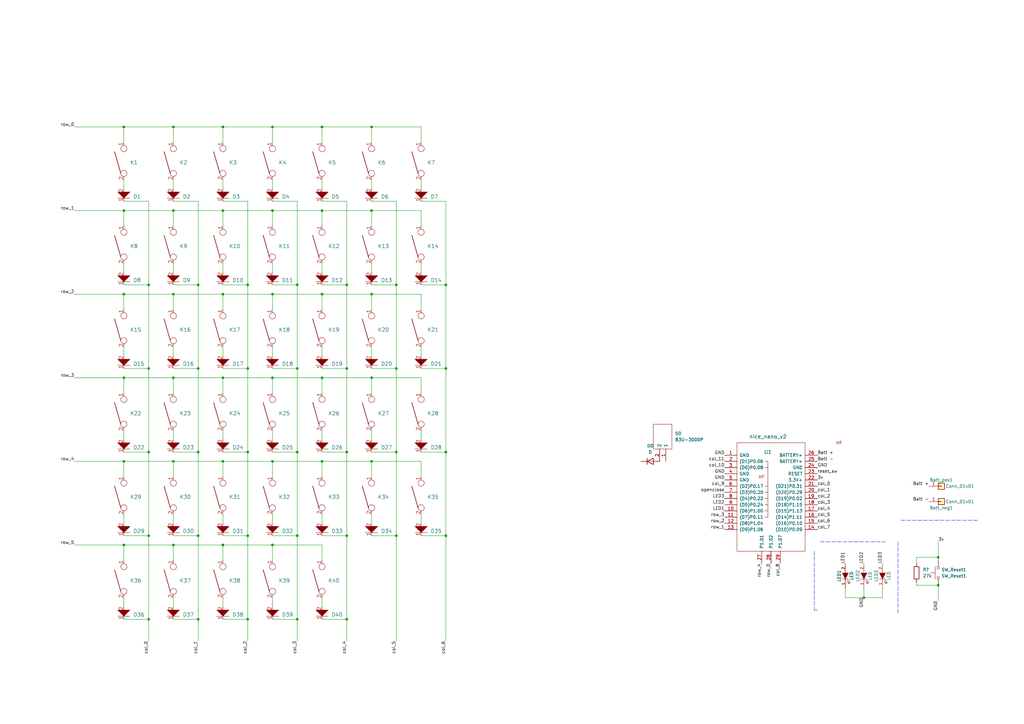
<source format=kicad_sch>
(kicad_sch (version 20211123) (generator eeschema)
  (paper "A3")
  (lib_symbols
    (symbol "B3U-3000P:B3U-3000P" (pin_names (offset 0.762))
      (property "Reference" "S" (at 16.51 7.62 0))
      (property "Value" "B3U-3000P" (at 16.51 5.08 0))
      (symbol "B3U-3000P_0_0"
        (pin passive line (at 0 -2.54 0) (length 5.08) (name "1") (number "1"))
        (pin passive line (at 0 0 0) (length 5.08) (name "2") (number "2"))
      )
      (symbol "B3U-3000P_0_1"
        (polyline (pts (xy 5.08 2.54) (xy 15.24 2.54) (xy 15.24 -5.08) (xy 5.08 -5.08) (xy 5.08 2.54)) (stroke (width 0.1524)))
      )
    )
    (symbol "Connector_Generic:Conn_01x01" (pin_names (offset 1.016) hide)
      (property "Reference" "J" (at 0 2.54 0))
      (property "Value" "Conn_01x01" (at 0 -2.54 0))
      (symbol "Conn_01x01_1_1"
        (rectangle (start -1.27 0.127) (end 0 -0.127) (stroke (width 0.1524)))
        (rectangle (start -1.27 1.27) (end 1.27 -1.27) (stroke (width 0.254)) (fill (type background)))
        (pin passive line (at -5.08 0 0) (length 3.81) (name "Pin_1") (number "1"))
      )
    )
    (symbol "Device:D" (pin_numbers hide) (pin_names (offset 1.016) hide)
      (property "Reference" "D" (at 0 2.54 0))
      (property "Value" "D" (at 0 -2.54 0))
      (symbol "D_0_1"
        (polyline (pts (xy -1.27 1.27) (xy -1.27 -1.27)) (stroke (width 0.254)))
        (polyline (pts (xy 1.27 0) (xy -1.27 0)))
        (polyline (pts (xy 1.27 1.27) (xy 1.27 -1.27) (xy -1.27 0) (xy 1.27 1.27)) (stroke (width 0.254)))
      )
      (symbol "D_1_1"
        (pin passive line (at -3.81 0 0) (length 2.54) (name "K") (number "1"))
        (pin passive line (at 3.81 0 180) (length 2.54) (name "A") (number "2"))
      )
    )
    (symbol "Device:R" (pin_numbers hide) (pin_names (offset 0))
      (property "Reference" "R" (at 2.032 0 90))
      (property "Value" "R" (at 0 0 90))
      (symbol "R_0_1"
        (rectangle (start -1.016 -2.54) (end 1.016 2.54) (stroke (width 0.254)))
      )
      (symbol "R_1_1"
        (pin passive line (at 0 3.81 270) (length 1.27) (name "~") (number "1"))
        (pin passive line (at 0 -3.81 90) (length 1.27) (name "~") (number "2"))
      )
    )
    (symbol "Switch:SW_Push" (pin_numbers hide) (pin_names (offset 1.016) hide)
      (property "Reference" "SW" (at 1.27 2.54 0))
      (property "Value" "SW_Push" (at 0 -1.524 0))
      (symbol "SW_Push_0_1"
        (circle (center -2.032 0) (radius 0.508))
        (polyline (pts (xy 0 1.27) (xy 0 3.048)))
        (polyline (pts (xy 2.54 1.27) (xy -2.54 1.27)))
        (circle (center 2.032 0) (radius 0.508))
        (pin passive line (at -5.08 0 0) (length 2.54) (name "1") (number "1"))
        (pin passive line (at 5.08 0 180) (length 2.54) (name "2") (number "2"))
      )
    )
    (symbol "keyboard_parts:D" (pin_names (offset 1.016))
      (property "Reference" "D" (at -3.81 -1.27 90))
      (symbol "D_0_1"
        (polyline (pts (xy -2.54 0) (xy 2.54 0)))
        (polyline (pts (xy 0 0) (xy -2.54 -2.54) (xy 2.54 -2.54) (xy 0 0)) (fill (type outline)))
      )
      (symbol "D_1_1"
        (pin passive line (at 0 1.27 270) (length 1.27) (name "~") (number "1"))
        (pin passive line (at 0 -3.81 90) (length 1.27) (name "~") (number "2"))
      )
    )
    (symbol "keyboard_parts:KEYSW" (pin_names (offset 1.016))
      (property "Reference" "K?" (at -1.27 0 0))
      (symbol "KEYSW_0_1"
        (circle (center -5.08 0) (radius 1.27))
        (polyline (pts (xy -5.08 1.27) (xy 3.81 3.81)) (stroke (width 0.254)))
        (circle (center 5.08 0) (radius 1.27))
      )
      (symbol "KEYSW_1_1"
        (pin passive line (at 7.62 0 180) (length 1.27) (name "~") (number "1"))
        (pin passive line (at -7.62 0 0) (length 1.27) (name "~") (number "2"))
      )
    )
    (symbol "keyboard_parts:LED" (pin_names (offset 1.016) hide)
      (property "Reference" "LED" (at 0 2.54 0))
      (property "Value" "LED" (at 0 -2.54 0))
      (symbol "LED_0_1"
        (polyline (pts (xy -1.27 1.27) (xy -1.27 -1.27)))
        (polyline (pts (xy -2.032 -0.635) (xy -3.175 -1.651) (xy -3.048 -1.016)))
        (polyline (pts (xy -1.651 -1.016) (xy -2.794 -2.032) (xy -2.667 -1.397)))
        (polyline (pts (xy 1.27 1.27) (xy -1.27 0) (xy 1.27 -1.27)) (fill (type outline)))
      )
      (symbol "LED_1_1"
        (pin passive line (at -5.08 0 0) (length 3.81) (name "K") (number "1"))
        (pin passive line (at 5.08 0 180) (length 3.81) (name "A") (number "2"))
      )
    )
    (symbol "nice_nano_v2:nice_nano_v2" (pin_names (offset 1.016))
      (property "Reference" "U" (at 0 15.24 0))
      (property "Value" "nice_nano_v2" (at 0 21.59 0))
      (symbol "nice_nano_v2_0_0"
        (polyline (pts (xy -1.27 -11.43) (xy 0 -11.43)))
        (polyline (pts (xy -1.27 -8.89) (xy 0 -8.89)))
        (polyline (pts (xy -1.27 -6.35) (xy -1.27 -6.35)))
        (polyline (pts (xy -1.27 -6.35) (xy -1.27 -6.35)))
        (polyline (pts (xy -1.27 -6.35) (xy -1.27 -6.35)))
        (polyline (pts (xy -1.27 -6.35) (xy 0 -6.35)))
        (polyline (pts (xy -1.27 -3.81) (xy 0 -3.81)))
        (polyline (pts (xy -1.27 -1.27) (xy 0 -1.27)))
        (polyline (pts (xy -1.27 1.27) (xy 0 1.27)))
        (polyline (pts (xy -1.27 8.89) (xy -1.27 8.89)))
        (polyline (pts (xy -1.27 11.43) (xy 0 11.43)))
        (polyline (pts (xy 0 -11.43) (xy 0 -11.43)))
        (polyline (pts (xy 0 -6.35) (xy 0 -6.35)))
        (polyline (pts (xy 0 -6.35) (xy 0 -6.35)))
        (polyline (pts (xy 0 8.89) (xy -1.27 8.89)))
        (polyline (pts (xy 0 8.89) (xy 0 8.89)))
        (polyline (pts (xy 0 8.89) (xy 0 8.89)))
        (polyline (pts (xy 0 11.43) (xy 0 -11.43)))
        (text "HF" (at -2.54 5.08 0) (effects (font (size 1.27 1.27))))
        (text "HF" (at 29.21 19.05 0) (effects (font (size 1.27 1.27))))
      )
      (symbol "nice_nano_v2_0_1"
        (rectangle (start -12.7 19.05) (end 15.24 -25.4))
      )
      (symbol "nice_nano_v2_1_1"
        (pin passive line (at -17.78 13.97 0) (length 5.08) (name "GND") (number "1"))
        (pin bidirectional line (at -17.78 -8.89 0) (length 5.08) (name "(D6)P1.00") (number "10"))
        (pin bidirectional line (at -17.78 -11.43 0) (length 5.08) (name "(D7)P0.11") (number "11"))
        (pin bidirectional line (at -17.78 -13.97 0) (length 5.08) (name "(D8)P1.04") (number "12"))
        (pin bidirectional line (at -17.78 -16.51 0) (length 5.08) (name "(D9)P1.06") (number "13"))
        (pin bidirectional line (at 20.32 -16.51 180) (length 5.08) (name "(D10)P0.09") (number "14"))
        (pin bidirectional line (at 20.32 -13.97 180) (length 5.08) (name "(D16)P0.10") (number "15"))
        (pin bidirectional line (at 20.32 -11.43 180) (length 5.08) (name "(D14)P1.11") (number "16"))
        (pin bidirectional line (at 20.32 -8.89 180) (length 5.08) (name "(D15)P1.13") (number "17"))
        (pin bidirectional line (at 20.32 -6.35 180) (length 5.08) (name "(D18)P1.15") (number "18"))
        (pin bidirectional line (at 20.32 -3.81 180) (length 5.08) (name "(D19)P0.02") (number "19"))
        (pin bidirectional line (at -17.78 11.43 0) (length 5.08) (name "(D1)P0.06") (number "2"))
        (pin bidirectional line (at 20.32 -1.27 180) (length 5.08) (name "(D20)P0.29") (number "20"))
        (pin bidirectional line (at 20.32 1.27 180) (length 5.08) (name "(D21)P0.31") (number "21"))
        (pin power_out line (at 20.32 3.81 180) (length 5.08) (name "3.3V+") (number "22"))
        (pin input line (at 20.32 6.35 180) (length 5.08) (name "RESET") (number "23"))
        (pin passive line (at 20.32 8.89 180) (length 5.08) (name "GND") (number "24"))
        (pin power_in line (at 20.32 11.43 180) (length 5.08) (name "BATTERY+") (number "25"))
        (pin power_in line (at 20.32 13.97 180) (length 5.08) (name "BATTERY+") (number "26"))
        (pin input line (at -2.54 -30.48 90) (length 5.08) (name "P1.01") (number "27"))
        (pin input line (at 1.27 -30.48 90) (length 5.08) (name "P1.02") (number "28"))
        (pin input line (at 5.08 -30.48 90) (length 5.08) (name "P1.07") (number "29"))
        (pin bidirectional line (at -17.78 8.89 0) (length 5.08) (name "(D0)P0.08") (number "3"))
        (pin passive line (at -17.78 6.35 0) (length 5.08) (name "GND") (number "4"))
        (pin passive line (at -17.78 3.81 0) (length 5.08) (name "GND") (number "5"))
        (pin bidirectional line (at -17.78 1.27 0) (length 5.08) (name "(D2)P0.17") (number "6"))
        (pin bidirectional line (at -17.78 -1.27 0) (length 5.08) (name "(D3)P0.20") (number "7"))
        (pin bidirectional line (at -17.78 -3.81 0) (length 5.08) (name "(D4)P0.22") (number "8"))
        (pin bidirectional line (at -17.78 -6.35 0) (length 5.08) (name "(D5)P0.24") (number "9"))
      )
    )
  )
  (junction (at 91.44 52.07))
  (junction (at 142.24 116.84))
  (junction (at 50.8 86.36))
  (junction (at 101.6 254))
  (junction (at 50.8 52.07))
  (junction (at 71.12 120.65))
  (junction (at 152.4 154.94))
  (junction (at 132.08 189.23))
  (junction (at 132.08 86.36))
  (junction (at 101.6 185.42))
  (junction (at 91.44 120.65))
  (junction (at 71.12 52.07))
  (junction (at 384.81 240.03))
  (junction (at 121.92 116.84))
  (junction (at 101.6 151.13))
  (junction (at 91.44 189.23))
  (junction (at 182.88 185.42))
  (junction (at 50.8 189.23))
  (junction (at 162.56 151.13))
  (junction (at 81.28 219.71))
  (junction (at 71.12 189.23))
  (junction (at 111.76 223.52))
  (junction (at 152.4 189.23))
  (junction (at 121.92 185.42))
  (junction (at 50.8 154.94))
  (junction (at 121.92 254))
  (junction (at 111.76 86.36))
  (junction (at 152.4 120.65))
  (junction (at 60.96 254))
  (junction (at 162.56 116.84))
  (junction (at 182.88 219.71))
  (junction (at 162.56 185.42))
  (junction (at 50.8 120.65))
  (junction (at 101.6 116.84))
  (junction (at 91.44 154.94))
  (junction (at 132.08 52.07))
  (junction (at 111.76 189.23))
  (junction (at 111.76 120.65))
  (junction (at 71.12 86.36))
  (junction (at 182.88 116.84))
  (junction (at 111.76 52.07))
  (junction (at 91.44 223.52))
  (junction (at 384.81 228.6))
  (junction (at 142.24 151.13))
  (junction (at 101.6 219.71))
  (junction (at 132.08 154.94))
  (junction (at 182.88 151.13))
  (junction (at 142.24 185.42))
  (junction (at 60.96 116.84))
  (junction (at 142.24 254))
  (junction (at 111.76 154.94))
  (junction (at 60.96 151.13))
  (junction (at 81.28 151.13))
  (junction (at 91.44 86.36))
  (junction (at 162.56 219.71))
  (junction (at 121.92 151.13))
  (junction (at 132.08 120.65))
  (junction (at 60.96 185.42))
  (junction (at 71.12 223.52))
  (junction (at 71.12 154.94))
  (junction (at 354.33 245.11))
  (junction (at 60.96 219.71))
  (junction (at 81.28 116.84))
  (junction (at 81.28 254))
  (junction (at 152.4 86.36))
  (junction (at 121.92 219.71))
  (junction (at 152.4 52.07))
  (junction (at 50.8 223.52))
  (junction (at 142.24 219.71))
  (junction (at 81.28 185.42))
  (wire (pts (xy 111.76 223.52) (xy 132.08 223.52)))
  (wire (pts (xy 81.28 82.55) (xy 81.28 116.84)))
  (wire (pts (xy 172.72 151.13) (xy 182.88 151.13)))
  (wire (pts (xy 71.12 185.42) (xy 81.28 185.42)))
  (wire (pts (xy 50.8 154.94) (xy 71.12 154.94)))
  (wire (pts (xy 50.8 58.42) (xy 50.8 52.07)))
  (wire (pts (xy 152.4 195.58) (xy 152.4 189.23)))
  (wire (pts (xy 50.8 116.84) (xy 60.96 116.84)))
  (wire (pts (xy 142.24 185.42) (xy 132.08 185.42)))
  (wire (pts (xy 91.44 229.87) (xy 91.44 223.52)))
  (wire (pts (xy 91.44 176.53) (xy 91.44 180.34)))
  (wire (pts (xy 111.76 142.24) (xy 111.76 146.05)))
  (wire (pts (xy 162.56 151.13) (xy 162.56 185.42)))
  (wire (pts (xy 101.6 151.13) (xy 101.6 185.42)))
  (wire (pts (xy 172.72 116.84) (xy 182.88 116.84)))
  (wire (pts (xy 81.28 151.13) (xy 81.28 185.42)))
  (wire (pts (xy 172.72 92.71) (xy 172.72 86.36)))
  (wire (pts (xy 142.24 219.71) (xy 142.24 254)))
  (wire (pts (xy 60.96 185.42) (xy 60.96 219.71)))
  (wire (pts (xy 91.44 210.82) (xy 91.44 214.63)))
  (wire (pts (xy 121.92 219.71) (xy 121.92 254)))
  (wire (pts (xy 152.4 176.53) (xy 152.4 180.34)))
  (wire (pts (xy 121.92 254) (xy 121.92 262.89)))
  (wire (pts (xy 142.24 116.84) (xy 132.08 116.84)))
  (polyline (pts (xy 336.55 222.25) (xy 363.22 222.25)))
  (wire (pts (xy 182.88 185.42) (xy 182.88 219.71)))
  (wire (pts (xy 152.4 154.94) (xy 172.72 154.94)))
  (wire (pts (xy 101.6 116.84) (xy 101.6 151.13)))
  (wire (pts (xy 60.96 116.84) (xy 60.96 151.13)))
  (wire (pts (xy 132.08 189.23) (xy 152.4 189.23)))
  (wire (pts (xy 91.44 116.84) (xy 101.6 116.84)))
  (wire (pts (xy 50.8 151.13) (xy 60.96 151.13)))
  (wire (pts (xy 152.4 116.84) (xy 162.56 116.84)))
  (wire (pts (xy 142.24 151.13) (xy 142.24 185.42)))
  (wire (pts (xy 71.12 154.94) (xy 91.44 154.94)))
  (wire (pts (xy 91.44 142.24) (xy 91.44 146.05)))
  (wire (pts (xy 60.96 254) (xy 60.96 262.89)))
  (wire (pts (xy 172.72 127) (xy 172.72 120.65)))
  (wire (pts (xy 50.8 245.11) (xy 50.8 248.92)))
  (wire (pts (xy 91.44 52.07) (xy 111.76 52.07)))
  (wire (pts (xy 71.12 161.29) (xy 71.12 154.94)))
  (wire (pts (xy 384.81 240.03) (xy 384.81 246.38)))
  (wire (pts (xy 50.8 142.24) (xy 50.8 146.05)))
  (wire (pts (xy 71.12 92.71) (xy 71.12 86.36)))
  (wire (pts (xy 30.48 120.65) (xy 50.8 120.65)))
  (wire (pts (xy 71.12 195.58) (xy 71.12 189.23)))
  (wire (pts (xy 152.4 52.07) (xy 172.72 52.07)))
  (wire (pts (xy 71.12 223.52) (xy 91.44 223.52)))
  (wire (pts (xy 91.44 219.71) (xy 101.6 219.71)))
  (wire (pts (xy 71.12 210.82) (xy 71.12 214.63)))
  (wire (pts (xy 91.44 185.42) (xy 101.6 185.42)))
  (wire (pts (xy 142.24 82.55) (xy 142.24 116.84)))
  (wire (pts (xy 132.08 154.94) (xy 152.4 154.94)))
  (wire (pts (xy 81.28 185.42) (xy 81.28 219.71)))
  (wire (pts (xy 132.08 245.11) (xy 132.08 248.92)))
  (polyline (pts (xy 369.57 213.36) (xy 401.32 213.36)))
  (polyline (pts (xy 368.3 222.25) (xy 368.3 251.46)))
  (wire (pts (xy 50.8 82.55) (xy 60.96 82.55)))
  (wire (pts (xy 91.44 92.71) (xy 91.44 86.36)))
  (wire (pts (xy 111.76 73.66) (xy 111.76 77.47)))
  (wire (pts (xy 375.92 240.03) (xy 384.81 240.03)))
  (wire (pts (xy 91.44 127) (xy 91.44 120.65)))
  (wire (pts (xy 111.76 219.71) (xy 121.92 219.71)))
  (wire (pts (xy 111.76 229.87) (xy 111.76 223.52)))
  (wire (pts (xy 50.8 161.29) (xy 50.8 154.94)))
  (wire (pts (xy 30.48 189.23) (xy 50.8 189.23)))
  (wire (pts (xy 71.12 229.87) (xy 71.12 223.52)))
  (wire (pts (xy 71.12 176.53) (xy 71.12 180.34)))
  (wire (pts (xy 121.92 151.13) (xy 121.92 185.42)))
  (wire (pts (xy 132.08 210.82) (xy 132.08 214.63)))
  (wire (pts (xy 30.48 154.94) (xy 50.8 154.94)))
  (wire (pts (xy 152.4 92.71) (xy 152.4 86.36)))
  (wire (pts (xy 162.56 116.84) (xy 162.56 151.13)))
  (wire (pts (xy 172.72 73.66) (xy 172.72 77.47)))
  (wire (pts (xy 111.76 176.53) (xy 111.76 180.34)))
  (wire (pts (xy 91.44 154.94) (xy 111.76 154.94)))
  (wire (pts (xy 50.8 254) (xy 60.96 254)))
  (wire (pts (xy 81.28 116.84) (xy 81.28 151.13)))
  (wire (pts (xy 50.8 92.71) (xy 50.8 86.36)))
  (wire (pts (xy 152.4 189.23) (xy 172.72 189.23)))
  (wire (pts (xy 172.72 185.42) (xy 182.88 185.42)))
  (wire (pts (xy 384.81 228.6) (xy 384.81 229.87)))
  (wire (pts (xy 111.76 116.84) (xy 121.92 116.84)))
  (wire (pts (xy 101.6 254) (xy 101.6 262.89)))
  (wire (pts (xy 152.4 185.42) (xy 162.56 185.42)))
  (wire (pts (xy 375.92 228.6) (xy 384.81 228.6)))
  (wire (pts (xy 354.33 245.11) (xy 361.95 245.11)))
  (wire (pts (xy 152.4 151.13) (xy 162.56 151.13)))
  (polyline (pts (xy 334.01 226.06) (xy 334.01 250.19)))
  (wire (pts (xy 30.48 86.36) (xy 50.8 86.36)))
  (wire (pts (xy 91.44 189.23) (xy 111.76 189.23)))
  (wire (pts (xy 142.24 116.84) (xy 142.24 151.13)))
  (wire (pts (xy 121.92 116.84) (xy 121.92 151.13)))
  (wire (pts (xy 71.12 73.66) (xy 71.12 77.47)))
  (wire (pts (xy 81.28 254) (xy 81.28 262.89)))
  (wire (pts (xy 50.8 176.53) (xy 50.8 180.34)))
  (wire (pts (xy 71.12 127) (xy 71.12 120.65)))
  (wire (pts (xy 50.8 223.52) (xy 71.12 223.52)))
  (wire (pts (xy 132.08 86.36) (xy 152.4 86.36)))
  (wire (pts (xy 71.12 219.71) (xy 81.28 219.71)))
  (wire (pts (xy 111.76 127) (xy 111.76 120.65)))
  (wire (pts (xy 91.44 254) (xy 101.6 254)))
  (wire (pts (xy 101.6 185.42) (xy 101.6 219.71)))
  (wire (pts (xy 71.12 254) (xy 81.28 254)))
  (wire (pts (xy 111.76 245.11) (xy 111.76 248.92)))
  (wire (pts (xy 50.8 73.66) (xy 50.8 77.47)))
  (wire (pts (xy 172.72 58.42) (xy 172.72 52.07)))
  (wire (pts (xy 132.08 161.29) (xy 132.08 154.94)))
  (wire (pts (xy 101.6 82.55) (xy 101.6 116.84)))
  (wire (pts (xy 71.12 116.84) (xy 81.28 116.84)))
  (wire (pts (xy 354.33 241.3) (xy 354.33 245.11)))
  (wire (pts (xy 132.08 52.07) (xy 152.4 52.07)))
  (wire (pts (xy 162.56 219.71) (xy 162.56 262.89)))
  (wire (pts (xy 172.72 142.24) (xy 172.72 146.05)))
  (wire (pts (xy 91.44 245.11) (xy 91.44 248.92)))
  (wire (pts (xy 71.12 151.13) (xy 81.28 151.13)))
  (wire (pts (xy 111.76 151.13) (xy 121.92 151.13)))
  (wire (pts (xy 91.44 73.66) (xy 91.44 77.47)))
  (wire (pts (xy 60.96 151.13) (xy 60.96 185.42)))
  (wire (pts (xy 152.4 219.71) (xy 162.56 219.71)))
  (wire (pts (xy 81.28 219.71) (xy 81.28 254)))
  (wire (pts (xy 142.24 219.71) (xy 132.08 219.71)))
  (wire (pts (xy 182.88 82.55) (xy 182.88 116.84)))
  (wire (pts (xy 50.8 195.58) (xy 50.8 189.23)))
  (wire (pts (xy 182.88 219.71) (xy 182.88 262.89)))
  (wire (pts (xy 152.4 86.36) (xy 172.72 86.36)))
  (wire (pts (xy 91.44 151.13) (xy 101.6 151.13)))
  (wire (pts (xy 152.4 107.95) (xy 152.4 111.76)))
  (wire (pts (xy 111.76 107.95) (xy 111.76 111.76)))
  (wire (pts (xy 50.8 127) (xy 50.8 120.65)))
  (wire (pts (xy 132.08 176.53) (xy 132.08 180.34)))
  (wire (pts (xy 162.56 185.42) (xy 162.56 219.71)))
  (wire (pts (xy 71.12 107.95) (xy 71.12 111.76)))
  (wire (pts (xy 152.4 58.42) (xy 152.4 52.07)))
  (wire (pts (xy 152.4 127) (xy 152.4 120.65)))
  (wire (pts (xy 121.92 82.55) (xy 121.92 116.84)))
  (wire (pts (xy 132.08 73.66) (xy 132.08 77.47)))
  (wire (pts (xy 60.96 219.71) (xy 60.96 254)))
  (wire (pts (xy 132.08 107.95) (xy 132.08 111.76)))
  (wire (pts (xy 132.08 92.71) (xy 132.08 86.36)))
  (wire (pts (xy 91.44 223.52) (xy 111.76 223.52)))
  (wire (pts (xy 172.72 176.53) (xy 172.72 180.34)))
  (wire (pts (xy 375.92 238.76) (xy 375.92 240.03)))
  (wire (pts (xy 152.4 161.29) (xy 152.4 154.94)))
  (wire (pts (xy 50.8 219.71) (xy 60.96 219.71)))
  (wire (pts (xy 182.88 151.13) (xy 182.88 185.42)))
  (wire (pts (xy 152.4 82.55) (xy 162.56 82.55)))
  (wire (pts (xy 101.6 219.71) (xy 101.6 254)))
  (wire (pts (xy 111.76 120.65) (xy 132.08 120.65)))
  (wire (pts (xy 132.08 120.65) (xy 152.4 120.65)))
  (wire (pts (xy 152.4 73.66) (xy 152.4 77.47)))
  (wire (pts (xy 91.44 82.55) (xy 101.6 82.55)))
  (wire (pts (xy 111.76 154.94) (xy 132.08 154.94)))
  (wire (pts (xy 172.72 210.82) (xy 172.72 214.63)))
  (wire (pts (xy 111.76 161.29) (xy 111.76 154.94)))
  (wire (pts (xy 30.48 223.52) (xy 50.8 223.52)))
  (wire (pts (xy 50.8 107.95) (xy 50.8 111.76)))
  (wire (pts (xy 50.8 185.42) (xy 60.96 185.42)))
  (wire (pts (xy 111.76 82.55) (xy 121.92 82.55)))
  (wire (pts (xy 60.96 82.55) (xy 60.96 116.84)))
  (wire (pts (xy 91.44 86.36) (xy 111.76 86.36)))
  (wire (pts (xy 91.44 120.65) (xy 111.76 120.65)))
  (wire (pts (xy 346.71 245.11) (xy 354.33 245.11)))
  (wire (pts (xy 71.12 82.55) (xy 81.28 82.55)))
  (wire (pts (xy 182.88 116.84) (xy 182.88 151.13)))
  (wire (pts (xy 71.12 142.24) (xy 71.12 146.05)))
  (wire (pts (xy 91.44 107.95) (xy 91.44 111.76)))
  (wire (pts (xy 50.8 86.36) (xy 71.12 86.36)))
  (wire (pts (xy 142.24 254) (xy 142.24 262.89)))
  (wire (pts (xy 132.08 58.42) (xy 132.08 52.07)))
  (wire (pts (xy 121.92 185.42) (xy 121.92 219.71)))
  (polyline (pts (xy 334.01 250.19) (xy 335.28 250.19)))
  (wire (pts (xy 50.8 229.87) (xy 50.8 223.52)))
  (wire (pts (xy 111.76 86.36) (xy 132.08 86.36)))
  (wire (pts (xy 346.71 241.3) (xy 346.71 245.11)))
  (wire (pts (xy 111.76 185.42) (xy 121.92 185.42)))
  (wire (pts (xy 111.76 210.82) (xy 111.76 214.63)))
  (wire (pts (xy 71.12 189.23) (xy 91.44 189.23)))
  (wire (pts (xy 111.76 189.23) (xy 132.08 189.23)))
  (wire (pts (xy 172.72 82.55) (xy 182.88 82.55)))
  (wire (pts (xy 91.44 195.58) (xy 91.44 189.23)))
  (wire (pts (xy 50.8 52.07) (xy 71.12 52.07)))
  (wire (pts (xy 50.8 210.82) (xy 50.8 214.63)))
  (wire (pts (xy 142.24 151.13) (xy 132.08 151.13)))
  (wire (pts (xy 132.08 142.24) (xy 132.08 146.05)))
  (wire (pts (xy 172.72 195.58) (xy 172.72 189.23)))
  (wire (pts (xy 132.08 229.87) (xy 132.08 223.52)))
  (wire (pts (xy 30.48 52.07) (xy 50.8 52.07)))
  (wire (pts (xy 152.4 120.65) (xy 172.72 120.65)))
  (wire (pts (xy 384.81 222.25) (xy 384.81 228.6)))
  (wire (pts (xy 91.44 58.42) (xy 91.44 52.07)))
  (wire (pts (xy 111.76 92.71) (xy 111.76 86.36)))
  (wire (pts (xy 172.72 107.95) (xy 172.72 111.76)))
  (wire (pts (xy 172.72 161.29) (xy 172.72 154.94)))
  (wire (pts (xy 71.12 86.36) (xy 91.44 86.36)))
  (wire (pts (xy 111.76 254) (xy 121.92 254)))
  (wire (pts (xy 361.95 245.11) (xy 361.95 241.3)))
  (wire (pts (xy 172.72 219.71) (xy 182.88 219.71)))
  (wire (pts (xy 50.8 189.23) (xy 71.12 189.23)))
  (wire (pts (xy 152.4 210.82) (xy 152.4 214.63)))
  (wire (pts (xy 375.92 231.14) (xy 375.92 228.6)))
  (wire (pts (xy 71.12 245.11) (xy 71.12 248.92)))
  (wire (pts (xy 142.24 254) (xy 132.08 254)))
  (wire (pts (xy 132.08 195.58) (xy 132.08 189.23)))
  (wire (pts (xy 142.24 185.42) (xy 142.24 219.71)))
  (wire (pts (xy 111.76 58.42) (xy 111.76 52.07)))
  (wire (pts (xy 132.08 127) (xy 132.08 120.65)))
  (wire (pts (xy 71.12 52.07) (xy 91.44 52.07)))
  (wire (pts (xy 50.8 120.65) (xy 71.12 120.65)))
  (wire (pts (xy 152.4 142.24) (xy 152.4 146.05)))
  (wire (pts (xy 111.76 52.07) (xy 132.08 52.07)))
  (wire (pts (xy 162.56 82.55) (xy 162.56 116.84)))
  (wire (pts (xy 132.08 82.55) (xy 142.24 82.55)))
  (wire (pts (xy 71.12 58.42) (xy 71.12 52.07)))
  (wire (pts (xy 71.12 120.65) (xy 91.44 120.65)))
  (wire (pts (xy 111.76 195.58) (xy 111.76 189.23)))
  (wire (pts (xy 91.44 161.29) (xy 91.44 154.94)))
  (label "reset_sw" (at 335.28 194.31 0))
  (label "col_8" (at 320.04 231.14 270))
  (label "col_10" (at 297.18 191.77 180))
  (label "col_3" (at 121.92 262.89 270))
  (label "col_9" (at 297.18 199.39 180))
  (label "GND" (at 297.18 186.69 180))
  (label "LED1" (at 346.71 231.14 90))
  (label "LED1" (at 297.18 209.55 180))
  (label "col_2" (at 335.28 204.47 0))
  (label "row_2" (at 30.48 120.65 180))
  (label "GND" (at 297.18 196.85 180))
  (label "col_4" (at 142.24 262.89 270))
  (label "3v" (at 384.81 222.25 0))
  (label "GND" (at 354.33 245.11 270))
  (label "col_2" (at 101.6 262.89 270))
  (label "row_0" (at 30.48 52.07 180))
  (label "LED2" (at 354.33 231.14 90))
  (label "GND" (at 297.18 194.31 180))
  (label "row_2" (at 297.18 214.63 180))
  (label "GND" (at 335.28 191.77 0))
  (label "row_3" (at 30.48 154.94 180))
  (label "col_4" (at 335.28 209.55 0))
  (label "col_1" (at 81.28 262.89 270))
  (label "row_4" (at 30.48 189.23 180))
  (label "row_1" (at 30.48 86.36 180))
  (label "row_0" (at 316.23 231.14 270))
  (label "row_1" (at 297.18 217.17 180))
  (label "openclose" (at 297.18 201.93 180))
  (label "LED3" (at 361.95 231.14 90))
  (label "col_0" (at 60.96 262.89 270))
  (label "Batt -" (at 335.28 189.23 0))
  (label "row_5" (at 30.48 223.52 180))
  (label "col_0" (at 335.28 199.39 0))
  (label "col_5" (at 335.28 212.09 0))
  (label "col_1" (at 335.28 201.93 0))
  (label "col_6" (at 182.88 262.89 270))
  (label "GND" (at 384.81 246.38 270))
  (label "col_11" (at 297.18 189.23 180))
  (label "row_4" (at 312.42 231.14 270))
  (label "Batt -" (at 381 205.74 180))
  (label "col_3" (at 335.28 207.01 0))
  (label "col_6" (at 335.28 214.63 0))
  (label "LED2" (at 297.18 207.01 180))
  (label "Batt +" (at 381 199.39 180))
  (label "col_7" (at 335.28 217.17 0))
  (label "3v" (at 335.28 196.85 0))
  (label "Batt +" (at 335.28 186.69 0))
  (label "col_5" (at 162.56 262.89 270))
  (label "LED3" (at 297.18 204.47 180))
  (label "row_3" (at 297.18 212.09 180))
  (symbol (lib_id "keyboard_parts:D") (at 111.76 149.86 180) (unit 1)
    (property "Reference" "D18" (at 115.57 149.225 0) (effects (font (size 1.524 1.524)) (justify right)))
    (property "Value" "D" (effects hide))
    (property "Footprint" "Diode_SMD:D_0805_2012Metric" (effects hide))
  )
  (symbol (lib_id "keyboard_parts:D") (at 50.8 115.57 180) (unit 1)
    (property "Reference" "D8" (at 54.61 114.935 0) (effects (font (size 1.524 1.524)) (justify right)))
    (property "Value" "D" (effects hide))
    (property "Footprint" "Diode_SMD:D_0805_2012Metric" (effects hide))
  )
  (symbol (lib_id "keyboard_parts:LED") (at 361.95 236.22 90) (unit 1)
    (property "Reference" "LED3" (at 359.41 236.22 0))
    (property "Value" "LED" (at 364.49 236.22 0))
    (property "Footprint" "LED_SMD:LED_0805_2012Metric" (effects hide))
  )
  (symbol (lib_id "keyboard_parts:KEYSW") (at 111.76 237.49 90) (unit 1)
    (property "Reference" "K39" (at 114.3 238.125 90) (effects (font (size 1.524 1.524)) (justify right)))
    (property "Value" "KEYSW" (effects hide))
    (property "Footprint" "Az-custom-parts:Kailh-PG1425-X-Switch" (effects hide))
  )
  (symbol (lib_id "keyboard_parts:D") (at 152.4 218.44 180) (unit 1)
    (property "Reference" "D34" (at 156.21 217.805 0) (effects (font (size 1.524 1.524)) (justify right)))
    (property "Value" "D" (effects hide))
    (property "Footprint" "Diode_SMD:D_0805_2012Metric" (effects hide))
  )
  (symbol (lib_id "keyboard_parts:KEYSW") (at 91.44 66.04 90) (unit 1)
    (property "Reference" "K3" (at 93.98 66.675 90) (effects (font (size 1.524 1.524)) (justify right)))
    (property "Value" "KEYSW" (effects hide))
    (property "Footprint" "Az-custom-parts:Kailh-PG1425-X-Switch" (effects hide))
  )
  (symbol (lib_id "Connector_Generic:Conn_01x01") (at 386.08 205.74 0) (unit 1)
    (property "Reference" "Batt_neg1" (at 386.08 208.28 0))
    (property "Value" "Conn_01x01" (at 393.7 205.74 0))
    (property "Footprint" "Connector_Wire:SolderWire-0.1sqmm_1x01_D0.4mm_OD1mm" (effects hide))
  )
  (symbol (lib_id "keyboard_parts:D") (at 132.08 81.28 180) (unit 1)
    (property "Reference" "D5" (at 135.89 80.645 0) (effects (font (size 1.524 1.524)) (justify right)))
    (property "Value" "D" (effects hide))
    (property "Footprint" "Diode_SMD:D_0805_2012Metric" (effects hide))
  )
  (symbol (lib_id "keyboard_parts:KEYSW") (at 172.72 66.04 90) (unit 1)
    (property "Reference" "K7" (at 175.26 66.675 90) (effects (font (size 1.524 1.524)) (justify right)))
    (property "Value" "KEYSW" (effects hide))
    (property "Footprint" "Az-custom-parts:Kailh-PG1425-X-Switch" (effects hide))
  )
  (symbol (lib_id "keyboard_parts:D") (at 50.8 252.73 180) (unit 1)
    (property "Reference" "D36" (at 54.61 252.095 0) (effects (font (size 1.524 1.524)) (justify right)))
    (property "Value" "D" (effects hide))
    (property "Footprint" "Diode_SMD:D_0805_2012Metric" (effects hide))
  )
  (symbol (lib_id "keyboard_parts:KEYSW") (at 71.12 100.33 90) (unit 1)
    (property "Reference" "K9" (at 73.66 100.965 90) (effects (font (size 1.524 1.524)) (justify right)))
    (property "Value" "KEYSW" (effects hide))
    (property "Footprint" "Az-custom-parts:Kailh-PG1425-X-Switch" (effects hide))
  )
  (symbol (lib_id "Switch:SW_Push") (at 384.81 234.95 90) (unit 1)
    (property "Reference" "SW_Reset1" (at 386.08 233.6799 90) (effects (justify right)))
    (property "Value" "SW_Reset1" (at 386.08 236.2199 90) (effects (justify right)))
    (property "Footprint" "Jumper:SolderJumper-2_P1.3mm_Open_Pad1.0x1.5mm" (effects hide))
  )
  (symbol (lib_id "keyboard_parts:D") (at 152.4 149.86 180) (unit 1)
    (property "Reference" "D20" (at 156.21 149.225 0) (effects (font (size 1.524 1.524)) (justify right)))
    (property "Value" "D" (effects hide))
    (property "Footprint" "Diode_SMD:D_0805_2012Metric" (effects hide))
  )
  (symbol (lib_id "keyboard_parts:KEYSW") (at 71.12 168.91 90) (unit 1)
    (property "Reference" "K23" (at 73.66 169.545 90) (effects (font (size 1.524 1.524)) (justify right)))
    (property "Value" "KEYSW" (effects hide))
    (property "Footprint" "Az-custom-parts:Kailh-PG1425-X-Switch" (effects hide))
  )
  (symbol (lib_id "keyboard_parts:KEYSW") (at 111.76 100.33 90) (unit 1)
    (property "Reference" "K11" (at 114.3 100.965 90) (effects (font (size 1.524 1.524)) (justify right)))
    (property "Value" "KEYSW" (effects hide))
    (property "Footprint" "Az-custom-parts:Kailh-PG1425-X-Switch" (effects hide))
  )
  (symbol (lib_id "keyboard_parts:KEYSW") (at 111.76 66.04 90) (unit 1)
    (property "Reference" "K4" (at 114.3 66.675 90) (effects (font (size 1.524 1.524)) (justify right)))
    (property "Value" "KEYSW" (effects hide))
    (property "Footprint" "Az-custom-parts:Kailh-PG1425-X-Switch" (effects hide))
  )
  (symbol (lib_id "keyboard_parts:D") (at 71.12 184.15 180) (unit 1)
    (property "Reference" "D23" (at 74.93 183.515 0) (effects (font (size 1.524 1.524)) (justify right)))
    (property "Value" "D" (effects hide))
    (property "Footprint" "Diode_SMD:D_0805_2012Metric" (effects hide))
  )
  (symbol (lib_id "keyboard_parts:D") (at 71.12 149.86 180) (unit 1)
    (property "Reference" "D16" (at 74.93 149.225 0) (effects (font (size 1.524 1.524)) (justify right)))
    (property "Value" "D" (effects hide))
    (property "Footprint" "Diode_SMD:D_0805_2012Metric" (effects hide))
  )
  (symbol (lib_id "keyboard_parts:KEYSW") (at 172.72 203.2 90) (unit 1)
    (property "Reference" "K35" (at 175.26 203.835 90) (effects (font (size 1.524 1.524)) (justify right)))
    (property "Value" "KEYSW" (effects hide))
    (property "Footprint" "Az-custom-parts:Kailh-PG1425-X-Switch" (effects hide))
  )
  (symbol (lib_id "keyboard_parts:D") (at 111.76 184.15 180) (unit 1)
    (property "Reference" "D25" (at 115.57 183.515 0) (effects (font (size 1.524 1.524)) (justify right)))
    (property "Value" "D" (effects hide))
    (property "Footprint" "Diode_SMD:D_0805_2012Metric" (effects hide))
  )
  (symbol (lib_id "keyboard_parts:D") (at 71.12 252.73 180) (unit 1)
    (property "Reference" "D37" (at 74.93 252.095 0) (effects (font (size 1.524 1.524)) (justify right)))
    (property "Value" "D" (effects hide))
    (property "Footprint" "Diode_SMD:D_0805_2012Metric" (effects hide))
  )
  (symbol (lib_id "keyboard_parts:D") (at 91.44 252.73 180) (unit 1)
    (property "Reference" "D38" (at 95.25 252.095 0) (effects (font (size 1.524 1.524)) (justify right)))
    (property "Value" "D" (effects hide))
    (property "Footprint" "Diode_SMD:D_0805_2012Metric" (effects hide))
  )
  (symbol (lib_id "keyboard_parts:D") (at 172.72 149.86 180) (unit 1)
    (property "Reference" "D21" (at 176.53 149.225 0) (effects (font (size 1.524 1.524)) (justify right)))
    (property "Value" "D" (effects hide))
    (property "Footprint" "Diode_SMD:D_0805_2012Metric" (effects hide))
  )
  (symbol (lib_id "keyboard_parts:D") (at 71.12 81.28 180) (unit 1)
    (property "Reference" "D2" (at 74.93 80.645 0) (effects (font (size 1.524 1.524)) (justify right)))
    (property "Value" "D" (effects hide))
    (property "Footprint" "Diode_SMD:D_0805_2012Metric" (effects hide))
  )
  (symbol (lib_id "keyboard_parts:D") (at 50.8 149.86 180) (unit 1)
    (property "Reference" "D15" (at 54.61 149.225 0) (effects (font (size 1.524 1.524)) (justify right)))
    (property "Value" "D" (effects hide))
    (property "Footprint" "Diode_SMD:D_0805_2012Metric" (effects hide))
  )
  (symbol (lib_id "keyboard_parts:D") (at 132.08 252.73 180) (unit 1)
    (property "Reference" "D40" (at 135.89 252.095 0) (effects (font (size 1.524 1.524)) (justify right)))
    (property "Value" "D" (effects hide))
    (property "Footprint" "Diode_SMD:D_0805_2012Metric" (effects hide))
  )
  (symbol (lib_id "nice_nano_v2:nice_nano_v2") (at 314.96 200.66 0) (unit 1)
    (property "Reference" "U1" (at 314.96 185.42 0) (effects (font (size 1.524 1.524))))
    (property "Value" "nice_nano_v2" (at 314.96 179.07 0) (effects (font (size 1.524 1.524))))
    (property "Footprint" "nice-nano-kicad:nice_nano_v2" (effects hide))
  )
  (symbol (lib_id "keyboard_parts:D") (at 111.76 81.28 180) (unit 1)
    (property "Reference" "D4" (at 115.57 80.645 0) (effects (font (size 1.524 1.524)) (justify right)))
    (property "Value" "D" (effects hide))
    (property "Footprint" "Diode_SMD:D_0805_2012Metric" (effects hide))
  )
  (symbol (lib_id "Connector_Generic:Conn_01x01") (at 386.08 199.39 0) (unit 1)
    (property "Reference" "Batt_pos1" (at 386.08 196.85 0))
    (property "Value" "Conn_01x01" (at 393.7 199.39 0))
    (property "Footprint" "Connector_Wire:SolderWire-0.1sqmm_1x01_D0.4mm_OD1mm" (effects hide))
  )
  (symbol (lib_id "keyboard_parts:KEYSW") (at 172.72 168.91 90) (unit 1)
    (property "Reference" "K28" (at 175.26 169.545 90) (effects (font (size 1.524 1.524)) (justify right)))
    (property "Value" "KEYSW" (effects hide))
    (property "Footprint" "Az-custom-parts:Kailh-PG1425-X-Switch" (effects hide))
  )
  (symbol (lib_id "keyboard_parts:KEYSW") (at 132.08 237.49 90) (unit 1)
    (property "Reference" "K40" (at 134.62 238.125 90) (effects (font (size 1.524 1.524)) (justify right)))
    (property "Value" "KEYSW" (effects hide))
    (property "Footprint" "Az-custom-parts:Kailh-PG1425-X-Switch" (effects hide))
  )
  (symbol (lib_id "keyboard_parts:D") (at 152.4 81.28 180) (unit 1)
    (property "Reference" "D6" (at 156.21 80.645 0) (effects (font (size 1.524 1.524)) (justify right)))
    (property "Value" "D" (effects hide))
    (property "Footprint" "Diode_SMD:D_0805_2012Metric" (effects hide))
  )
  (symbol (lib_id "keyboard_parts:KEYSW") (at 50.8 203.2 90) (unit 1)
    (property "Reference" "K29" (at 53.34 203.835 90) (effects (font (size 1.524 1.524)) (justify right)))
    (property "Value" "KEYSW" (effects hide))
    (property "Footprint" "Az-custom-parts:Kailh-PG1425-X-Switch" (effects hide))
  )
  (symbol (lib_id "keyboard_parts:D") (at 71.12 115.57 180) (unit 1)
    (property "Reference" "D9" (at 74.93 114.935 0) (effects (font (size 1.524 1.524)) (justify right)))
    (property "Value" "D" (effects hide))
    (property "Footprint" "Diode_SMD:D_0805_2012Metric" (effects hide))
  )
  (symbol (lib_id "keyboard_parts:KEYSW") (at 132.08 100.33 90) (unit 1)
    (property "Reference" "K12" (at 134.62 100.965 90) (effects (font (size 1.524 1.524)) (justify right)))
    (property "Value" "KEYSW" (effects hide))
    (property "Footprint" "Az-custom-parts:Kailh-PG1425-X-Switch" (effects hide))
  )
  (symbol (lib_id "keyboard_parts:D") (at 172.72 115.57 180) (unit 1)
    (property "Reference" "D14" (at 176.53 114.935 0) (effects (font (size 1.524 1.524)) (justify right)))
    (property "Value" "D" (effects hide))
    (property "Footprint" "Diode_SMD:D_0805_2012Metric" (effects hide))
  )
  (symbol (lib_id "keyboard_parts:KEYSW") (at 71.12 66.04 90) (unit 1)
    (property "Reference" "K2" (at 73.66 66.675 90) (effects (font (size 1.524 1.524)) (justify right)))
    (property "Value" "KEYSW" (effects hide))
    (property "Footprint" "Az-custom-parts:Kailh-PG1425-X-Switch" (effects hide))
  )
  (symbol (lib_id "keyboard_parts:KEYSW") (at 71.12 237.49 90) (unit 1)
    (property "Reference" "K37" (at 73.66 238.125 90) (effects (font (size 1.524 1.524)) (justify right)))
    (property "Value" "KEYSW" (effects hide))
    (property "Footprint" "Az-custom-parts:Kailh-PG1425-X-Switch" (effects hide))
  )
  (symbol (lib_id "keyboard_parts:D") (at 152.4 184.15 180) (unit 1)
    (property "Reference" "D27" (at 156.21 183.515 0) (effects (font (size 1.524 1.524)) (justify right)))
    (property "Value" "D" (effects hide))
    (property "Footprint" "Diode_SMD:D_0805_2012Metric" (effects hide))
  )
  (symbol (lib_id "keyboard_parts:KEYSW") (at 172.72 100.33 90) (unit 1)
    (property "Reference" "K14" (at 175.26 100.965 90) (effects (font (size 1.524 1.524)) (justify right)))
    (property "Value" "KEYSW" (effects hide))
    (property "Footprint" "Az-custom-parts:Kailh-PG1425-X-Switch" (effects hide))
  )
  (symbol (lib_id "keyboard_parts:D") (at 50.8 218.44 180) (unit 1)
    (property "Reference" "D29" (at 54.61 217.805 0) (effects (font (size 1.524 1.524)) (justify right)))
    (property "Value" "D" (effects hide))
    (property "Footprint" "Diode_SMD:D_0805_2012Metric" (effects hide))
  )
  (symbol (lib_id "keyboard_parts:KEYSW") (at 71.12 134.62 90) (unit 1)
    (property "Reference" "K16" (at 73.66 135.255 90) (effects (font (size 1.524 1.524)) (justify right)))
    (property "Value" "KEYSW" (effects hide))
    (property "Footprint" "Az-custom-parts:Kailh-PG1425-X-Switch" (effects hide))
  )
  (symbol (lib_id "keyboard_parts:D") (at 50.8 81.28 180) (unit 1)
    (property "Reference" "D1" (at 54.61 80.645 0) (effects (font (size 1.524 1.524)) (justify right)))
    (property "Value" "D" (effects hide))
    (property "Footprint" "Diode_SMD:D_0805_2012Metric" (effects hide))
  )
  (symbol (lib_id "keyboard_parts:D") (at 91.44 184.15 180) (unit 1)
    (property "Reference" "D24" (at 95.25 183.515 0) (effects (font (size 1.524 1.524)) (justify right)))
    (property "Value" "D" (effects hide))
    (property "Footprint" "Diode_SMD:D_0805_2012Metric" (effects hide))
  )
  (symbol (lib_id "keyboard_parts:KEYSW") (at 91.44 134.62 90) (unit 1)
    (property "Reference" "K17" (at 93.98 135.255 90) (effects (font (size 1.524 1.524)) (justify right)))
    (property "Value" "KEYSW" (effects hide))
    (property "Footprint" "Az-custom-parts:Kailh-PG1425-X-Switch" (effects hide))
  )
  (symbol (lib_id "keyboard_parts:KEYSW") (at 50.8 100.33 90) (unit 1)
    (property "Reference" "K8" (at 53.34 100.965 90) (effects (font (size 1.524 1.524)) (justify right)))
    (property "Value" "KEYSW" (effects hide))
    (property "Footprint" "Az-custom-parts:Kailh-PG1425-X-Switch" (effects hide))
  )
  (symbol (lib_id "keyboard_parts:KEYSW") (at 91.44 237.49 90) (unit 1)
    (property "Reference" "K38" (at 93.98 238.125 90) (effects (font (size 1.524 1.524)) (justify right)))
    (property "Value" "KEYSW" (effects hide))
    (property "Footprint" "Az-custom-parts:Kailh-PG1425-X-Switch" (effects hide))
  )
  (symbol (lib_id "keyboard_parts:D") (at 132.08 149.86 180) (unit 1)
    (property "Reference" "D19" (at 135.89 149.225 0) (effects (font (size 1.524 1.524)) (justify right)))
    (property "Value" "D" (effects hide))
    (property "Footprint" "Diode_SMD:D_0805_2012Metric" (effects hide))
  )
  (symbol (lib_id "keyboard_parts:KEYSW") (at 91.44 168.91 90) (unit 1)
    (property "Reference" "K24" (at 93.98 169.545 90) (effects (font (size 1.524 1.524)) (justify right)))
    (property "Value" "KEYSW" (effects hide))
    (property "Footprint" "Az-custom-parts:Kailh-PG1425-X-Switch" (effects hide))
  )
  (symbol (lib_id "keyboard_parts:KEYSW") (at 172.72 134.62 90) (unit 1)
    (property "Reference" "K21" (at 175.26 135.255 90) (effects (font (size 1.524 1.524)) (justify right)))
    (property "Value" "KEYSW" (effects hide))
    (property "Footprint" "Az-custom-parts:Kailh-PG1425-X-Switch" (effects hide))
  )
  (symbol (lib_id "keyboard_parts:D") (at 91.44 218.44 180) (unit 1)
    (property "Reference" "D31" (at 95.25 217.805 0) (effects (font (size 1.524 1.524)) (justify right)))
    (property "Value" "D" (effects hide))
    (property "Footprint" "Diode_SMD:D_0805_2012Metric" (effects hide))
  )
  (symbol (lib_id "keyboard_parts:LED") (at 346.71 236.22 90) (unit 1)
    (property "Reference" "LED1" (at 344.17 236.22 0))
    (property "Value" "LED" (at 349.25 236.22 0))
    (property "Footprint" "LED_SMD:LED_0805_2012Metric" (effects hide))
  )
  (symbol (lib_id "keyboard_parts:KEYSW") (at 91.44 203.2 90) (unit 1)
    (property "Reference" "K31" (at 93.98 203.835 90) (effects (font (size 1.524 1.524)) (justify right)))
    (property "Value" "KEYSW" (effects hide))
    (property "Footprint" "Az-custom-parts:Kailh-PG1425-X-Switch" (effects hide))
  )
  (symbol (lib_id "keyboard_parts:KEYSW") (at 71.12 203.2 90) (unit 1)
    (property "Reference" "K30" (at 73.66 203.835 90) (effects (font (size 1.524 1.524)) (justify right)))
    (property "Value" "KEYSW" (effects hide))
    (property "Footprint" "Az-custom-parts:Kailh-PG1425-X-Switch" (effects hide))
  )
  (symbol (lib_id "keyboard_parts:KEYSW") (at 91.44 100.33 90) (unit 1)
    (property "Reference" "K10" (at 93.98 100.965 90) (effects (font (size 1.524 1.524)) (justify right)))
    (property "Value" "KEYSW" (effects hide))
    (property "Footprint" "Az-custom-parts:Kailh-PG1425-X-Switch" (effects hide))
  )
  (symbol (lib_id "keyboard_parts:KEYSW") (at 50.8 66.04 90) (unit 1)
    (property "Reference" "K1" (at 53.34 66.675 90) (effects (font (size 1.524 1.524)) (justify right)))
    (property "Value" "KEYSW" (effects hide))
    (property "Footprint" "Az-custom-parts:Kailh-PG1425-X-Switch" (effects hide))
  )
  (symbol (lib_id "keyboard_parts:KEYSW") (at 152.4 66.04 90) (unit 1)
    (property "Reference" "K6" (at 154.94 66.675 90) (effects (font (size 1.524 1.524)) (justify right)))
    (property "Value" "KEYSW" (effects hide))
    (property "Footprint" "Az-custom-parts:Kailh-PG1425-X-Switch" (effects hide))
  )
  (symbol (lib_id "keyboard_parts:KEYSW") (at 132.08 66.04 90) (unit 1)
    (property "Reference" "K5" (at 134.62 66.675 90) (effects (font (size 1.524 1.524)) (justify right)))
    (property "Value" "KEYSW" (effects hide))
    (property "Footprint" "Az-custom-parts:Kailh-PG1425-X-Switch" (effects hide))
  )
  (symbol (lib_id "keyboard_parts:KEYSW") (at 152.4 134.62 90) (unit 1)
    (property "Reference" "K20" (at 154.94 135.255 90) (effects (font (size 1.524 1.524)) (justify right)))
    (property "Value" "KEYSW" (effects hide))
    (property "Footprint" "Az-custom-parts:Kailh-PG1425-X-Switch" (effects hide))
  )
  (symbol (lib_id "keyboard_parts:D") (at 111.76 115.57 180) (unit 1)
    (property "Reference" "D11" (at 115.57 114.935 0) (effects (font (size 1.524 1.524)) (justify right)))
    (property "Value" "D" (effects hide))
    (property "Footprint" "Diode_SMD:D_0805_2012Metric" (effects hide))
  )
  (symbol (lib_id "B3U-3000P:B3U-3000P") (at 270.51 189.23 90) (unit 1)
    (property "Reference" "S0" (at 276.86 177.7999 90) (effects (justify right)))
    (property "Value" "B3U-3000P" (at 276.86 180.3399 90) (effects (justify right)))
    (property "Footprint" "B3U:B3U-1000P" (effects hide))
    (property "Datasheet" "http://omronfs.omron.com/en_US/ecb/products/pdf/en-b3u.pdf" (effects hide))
    (property "Description" "OMRON ELECTRONIC COMPONENTS - B3U-3000P - TACTILE SWITCH, SIDE ACTUATED, SMD" (effects hide))
    (property "Mouser Part Number" "653-B3U-3000P" (effects hide))
    (property "Mouser Price/Stock" "https://www.mouser.co.uk/ProductDetail/Omron-Electronics/B3U-3000P?qs=AO7BQMcsEu4un9I7hS23xg%3D%3D" (effects hide))
    (property "Manufacturer_Name" "Omron Electronics" (effects hide))
    (property "Manufacturer_Part_Number" "B3U-3000P" (effects hide))
  )
  (symbol (lib_id "keyboard_parts:D") (at 50.8 184.15 180) (unit 1)
    (property "Reference" "D22" (at 54.61 183.515 0) (effects (font (size 1.524 1.524)) (justify right)))
    (property "Value" "D" (effects hide))
    (property "Footprint" "Diode_SMD:D_0805_2012Metric" (effects hide))
  )
  (symbol (lib_id "keyboard_parts:D") (at 132.08 115.57 180) (unit 1)
    (property "Reference" "D12" (at 135.89 114.935 0) (effects (font (size 1.524 1.524)) (justify right)))
    (property "Value" "D" (effects hide))
    (property "Footprint" "Diode_SMD:D_0805_2012Metric" (effects hide))
  )
  (symbol (lib_id "keyboard_parts:KEYSW") (at 111.76 168.91 90) (unit 1)
    (property "Reference" "K25" (at 114.3 169.545 90) (effects (font (size 1.524 1.524)) (justify right)))
    (property "Value" "KEYSW" (effects hide))
    (property "Footprint" "Az-custom-parts:Kailh-PG1425-X-Switch" (effects hide))
  )
  (symbol (lib_id "keyboard_parts:D") (at 111.76 218.44 180) (unit 1)
    (property "Reference" "D32" (at 115.57 217.805 0) (effects (font (size 1.524 1.524)) (justify right)))
    (property "Value" "D" (effects hide))
    (property "Footprint" "Diode_SMD:D_0805_2012Metric" (effects hide))
  )
  (symbol (lib_id "keyboard_parts:D") (at 172.72 218.44 180) (unit 1)
    (property "Reference" "D35" (at 176.53 217.805 0) (effects (font (size 1.524 1.524)) (justify right)))
    (property "Value" "D" (effects hide))
    (property "Footprint" "Diode_SMD:D_0805_2012Metric" (effects hide))
  )
  (symbol (lib_id "keyboard_parts:KEYSW") (at 152.4 168.91 90) (unit 1)
    (property "Reference" "K27" (at 154.94 169.545 90) (effects (font (size 1.524 1.524)) (justify right)))
    (property "Value" "KEYSW" (effects hide))
    (property "Footprint" "Az-custom-parts:Kailh-PG1425-X-Switch" (effects hide))
  )
  (symbol (lib_id "keyboard_parts:D") (at 111.76 252.73 180) (unit 1)
    (property "Reference" "D39" (at 115.57 252.095 0) (effects (font (size 1.524 1.524)) (justify right)))
    (property "Value" "D" (effects hide))
    (property "Footprint" "Diode_SMD:D_0805_2012Metric" (effects hide))
  )
  (symbol (lib_id "keyboard_parts:KEYSW") (at 132.08 134.62 90) (unit 1)
    (property "Reference" "K19" (at 134.62 135.255 90) (effects (font (size 1.524 1.524)) (justify right)))
    (property "Value" "KEYSW" (effects hide))
    (property "Footprint" "Az-custom-parts:Kailh-PG1425-X-Switch" (effects hide))
  )
  (symbol (lib_id "keyboard_parts:D") (at 71.12 218.44 180) (unit 1)
    (property "Reference" "D30" (at 74.93 217.805 0) (effects (font (size 1.524 1.524)) (justify right)))
    (property "Value" "D" (effects hide))
    (property "Footprint" "Diode_SMD:D_0805_2012Metric" (effects hide))
  )
  (symbol (lib_id "keyboard_parts:KEYSW") (at 111.76 203.2 90) (unit 1)
    (property "Reference" "K32" (at 114.3 203.835 90) (effects (font (size 1.524 1.524)) (justify right)))
    (property "Value" "KEYSW" (effects hide))
    (property "Footprint" "Az-custom-parts:Kailh-PG1425-X-Switch" (effects hide))
  )
  (symbol (lib_id "keyboard_parts:KEYSW") (at 50.8 168.91 90) (unit 1)
    (property "Reference" "K22" (at 53.34 169.545 90) (effects (font (size 1.524 1.524)) (justify right)))
    (property "Value" "KEYSW" (effects hide))
    (property "Footprint" "Az-custom-parts:Kailh-PG1425-X-Switch" (effects hide))
  )
  (symbol (lib_id "keyboard_parts:KEYSW") (at 50.8 237.49 90) (unit 1)
    (property "Reference" "K36" (at 53.34 238.125 90) (effects (font (size 1.524 1.524)) (justify right)))
    (property "Value" "KEYSW" (effects hide))
    (property "Footprint" "Az-custom-parts:Kailh-PG1425-X-Switch" (effects hide))
  )
  (symbol (lib_id "keyboard_parts:KEYSW") (at 152.4 100.33 90) (unit 1)
    (property "Reference" "K13" (at 154.94 100.965 90) (effects (font (size 1.524 1.524)) (justify right)))
    (property "Value" "KEYSW" (effects hide))
    (property "Footprint" "Az-custom-parts:Kailh-PG1425-X-Switch" (effects hide))
  )
  (symbol (lib_id "keyboard_parts:D") (at 132.08 184.15 180) (unit 1)
    (property "Reference" "D26" (at 135.89 183.515 0) (effects (font (size 1.524 1.524)) (justify right)))
    (property "Value" "D" (effects hide))
    (property "Footprint" "Diode_SMD:D_0805_2012Metric" (effects hide))
  )
  (symbol (lib_id "Device:D") (at 266.7 189.23 0) (unit 1)
    (property "Reference" "D0" (at 266.7 182.88 0))
    (property "Value" "D" (at 266.7 185.42 0))
    (property "Footprint" "Diode_SMD:D_0805_2012Metric" (effects hide))
  )
  (symbol (lib_id "keyboard_parts:KEYSW") (at 132.08 203.2 90) (unit 1)
    (property "Reference" "K33" (at 134.62 203.835 90) (effects (font (size 1.524 1.524)) (justify right)))
    (property "Value" "KEYSW" (effects hide))
    (property "Footprint" "Az-custom-parts:Kailh-PG1425-X-Switch" (effects hide))
  )
  (symbol (lib_id "keyboard_parts:D") (at 172.72 81.28 180) (unit 1)
    (property "Reference" "D7" (at 176.53 80.645 0) (effects (font (size 1.524 1.524)) (justify right)))
    (property "Value" "D" (effects hide))
    (property "Footprint" "Diode_SMD:D_0805_2012Metric" (effects hide))
  )
  (symbol (lib_id "keyboard_parts:KEYSW") (at 50.8 134.62 90) (unit 1)
    (property "Reference" "K15" (at 53.34 135.255 90) (effects (font (size 1.524 1.524)) (justify right)))
    (property "Value" "KEYSW" (effects hide))
    (property "Footprint" "Az-custom-parts:Kailh-PG1425-X-Switch" (effects hide))
  )
  (symbol (lib_id "keyboard_parts:KEYSW") (at 152.4 203.2 90) (unit 1)
    (property "Reference" "K34" (at 154.94 203.835 90) (effects (font (size 1.524 1.524)) (justify right)))
    (property "Value" "KEYSW" (effects hide))
    (property "Footprint" "Az-custom-parts:Kailh-PG1425-X-Switch" (effects hide))
  )
  (symbol (lib_id "keyboard_parts:KEYSW") (at 111.76 134.62 90) (unit 1)
    (property "Reference" "K18" (at 114.3 135.255 90) (effects (font (size 1.524 1.524)) (justify right)))
    (property "Value" "KEYSW" (effects hide))
    (property "Footprint" "Az-custom-parts:Kailh-PG1425-X-Switch" (effects hide))
  )
  (symbol (lib_id "keyboard_parts:D") (at 91.44 115.57 180) (unit 1)
    (property "Reference" "D10" (at 95.25 114.935 0) (effects (font (size 1.524 1.524)) (justify right)))
    (property "Value" "D" (effects hide))
    (property "Footprint" "Diode_SMD:D_0805_2012Metric" (effects hide))
  )
  (symbol (lib_id "keyboard_parts:D") (at 152.4 115.57 180) (unit 1)
    (property "Reference" "D13" (at 156.21 114.935 0) (effects (font (size 1.524 1.524)) (justify right)))
    (property "Value" "D" (effects hide))
    (property "Footprint" "Diode_SMD:D_0805_2012Metric" (effects hide))
  )
  (symbol (lib_id "keyboard_parts:KEYSW") (at 132.08 168.91 90) (unit 1)
    (property "Reference" "K26" (at 134.62 169.545 90) (effects (font (size 1.524 1.524)) (justify right)))
    (property "Value" "KEYSW" (effects hide))
    (property "Footprint" "Az-custom-parts:Kailh-PG1425-X-Switch" (effects hide))
  )
  (symbol (lib_id "keyboard_parts:D") (at 91.44 81.28 180) (unit 1)
    (property "Reference" "D3" (at 95.25 80.645 0) (effects (font (size 1.524 1.524)) (justify right)))
    (property "Value" "D" (effects hide))
    (property "Footprint" "Diode_SMD:D_0805_2012Metric" (effects hide))
  )
  (symbol (lib_id "keyboard_parts:D") (at 132.08 218.44 180) (unit 1)
    (property "Reference" "D33" (at 135.89 217.805 0) (effects (font (size 1.524 1.524)) (justify right)))
    (property "Value" "D" (effects hide))
    (property "Footprint" "Diode_SMD:D_0805_2012Metric" (effects hide))
  )
  (symbol (lib_id "keyboard_parts:D") (at 172.72 184.15 180) (unit 1)
    (property "Reference" "D28" (at 176.53 183.515 0) (effects (font (size 1.524 1.524)) (justify right)))
    (property "Value" "D" (effects hide))
    (property "Footprint" "Diode_SMD:D_0805_2012Metric" (effects hide))
  )
  (symbol (lib_id "Device:R") (at 375.92 234.95 0) (unit 1)
    (property "Reference" "R?" (at 378.46 233.6799 0) (effects (justify left)))
    (property "Value" "27k" (at 378.46 236.2199 0) (effects (justify left)))
  )
  (symbol (lib_id "keyboard_parts:D") (at 91.44 149.86 180) (unit 1)
    (property "Reference" "D17" (at 95.25 149.225 0) (effects (font (size 1.524 1.524)) (justify right)))
    (property "Value" "D" (effects hide))
    (property "Footprint" "Diode_SMD:D_0805_2012Metric" (effects hide))
  )
  (symbol (lib_id "keyboard_parts:LED") (at 354.33 236.22 90) (unit 1)
    (property "Reference" "LED2" (at 351.79 236.22 0))
    (property "Value" "LED" (at 356.87 236.22 0))
    (property "Footprint" "LED_SMD:LED_0805_2012Metric" (effects hide))
  )
)
</source>
